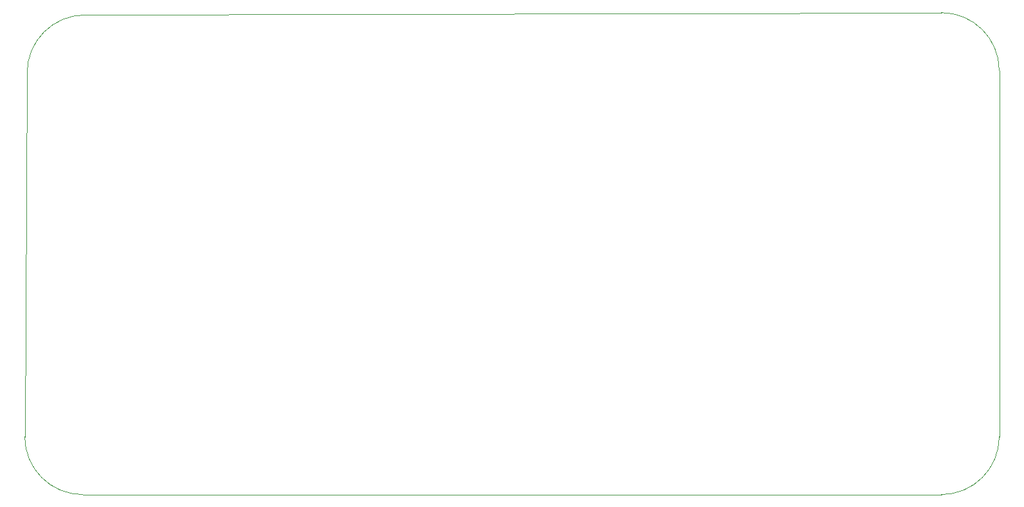
<source format=gbr>
%TF.GenerationSoftware,KiCad,Pcbnew,7.0.10*%
%TF.CreationDate,2024-03-07T19:54:16+07:00*%
%TF.ProjectId,solder-reflow,736f6c64-6572-42d7-9265-666c6f772e6b,rev?*%
%TF.SameCoordinates,Original*%
%TF.FileFunction,Profile,NP*%
%FSLAX46Y46*%
G04 Gerber Fmt 4.6, Leading zero omitted, Abs format (unit mm)*
G04 Created by KiCad (PCBNEW 7.0.10) date 2024-03-07 19:54:16*
%MOMM*%
%LPD*%
G01*
G04 APERTURE LIST*
%TA.AperFunction,Profile*%
%ADD10C,0.100000*%
%TD*%
G04 APERTURE END LIST*
D10*
X96828154Y-47298154D02*
G75*
G03*
X89208154Y-54918154I-4J-7619996D01*
G01*
X96828154Y-47298154D02*
X209550000Y-46990000D01*
X89208154Y-54918154D02*
X88900000Y-102870000D01*
X88900000Y-102870000D02*
G75*
G03*
X96520000Y-110490000I7620000J0D01*
G01*
X217170000Y-54610000D02*
G75*
G03*
X209550000Y-46990000I-7620000J0D01*
G01*
X96520000Y-110490000D02*
X209550000Y-110490000D01*
X209550000Y-110490000D02*
G75*
G03*
X217170000Y-102870000I0J7620000D01*
G01*
X217170000Y-102870000D02*
X217170000Y-54610000D01*
M02*

</source>
